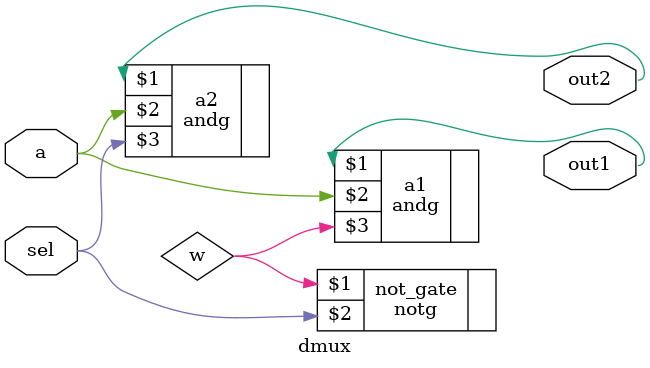
<source format=v>
`timescale 1ns / 1ps


module dmux(out1,out2,sel,a);
input sel, a;
output out1,out2;
wire w;
notg not_gate(w, sel);
andg a1(out1,a,w);
andg a2(out2,a, sel);
endmodule
</source>
